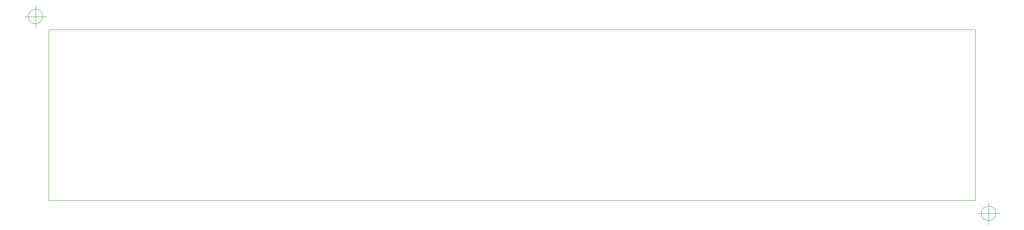
<source format=gbr>
G04 #@! TF.GenerationSoftware,KiCad,Pcbnew,(5.1.12)-1*
G04 #@! TF.CreationDate,2022-05-10T22:26:18-07:00*
G04 #@! TF.ProjectId,Spring2022,53707269-6e67-4323-9032-322e6b696361,rev?*
G04 #@! TF.SameCoordinates,PX3a2c940PY3fe56c0*
G04 #@! TF.FileFunction,Profile,NP*
%FSLAX46Y46*%
G04 Gerber Fmt 4.6, Leading zero omitted, Abs format (unit mm)*
G04 Created by KiCad (PCBNEW (5.1.12)-1) date 2022-05-10 22:26:18*
%MOMM*%
%LPD*%
G01*
G04 APERTURE LIST*
G04 #@! TA.AperFunction,Profile*
%ADD10C,0.100000*%
G04 #@! TD*
G04 APERTURE END LIST*
D10*
X215666666Y-3000000D02*
G75*
G03*
X215666666Y-3000000I-1666666J0D01*
G01*
X211500000Y-3000000D02*
X216500000Y-3000000D01*
X214000000Y-500000D02*
X214000000Y-5500000D01*
X-1333334Y42000000D02*
G75*
G03*
X-1333334Y42000000I-1666666J0D01*
G01*
X-5500000Y42000000D02*
X-500000Y42000000D01*
X-3000000Y44500000D02*
X-3000000Y39500000D01*
X0Y0D02*
X0Y39000000D01*
X211000000Y0D02*
X0Y0D01*
X211000000Y39000000D02*
X211000000Y0D01*
X0Y39000000D02*
X211000000Y39000000D01*
M02*

</source>
